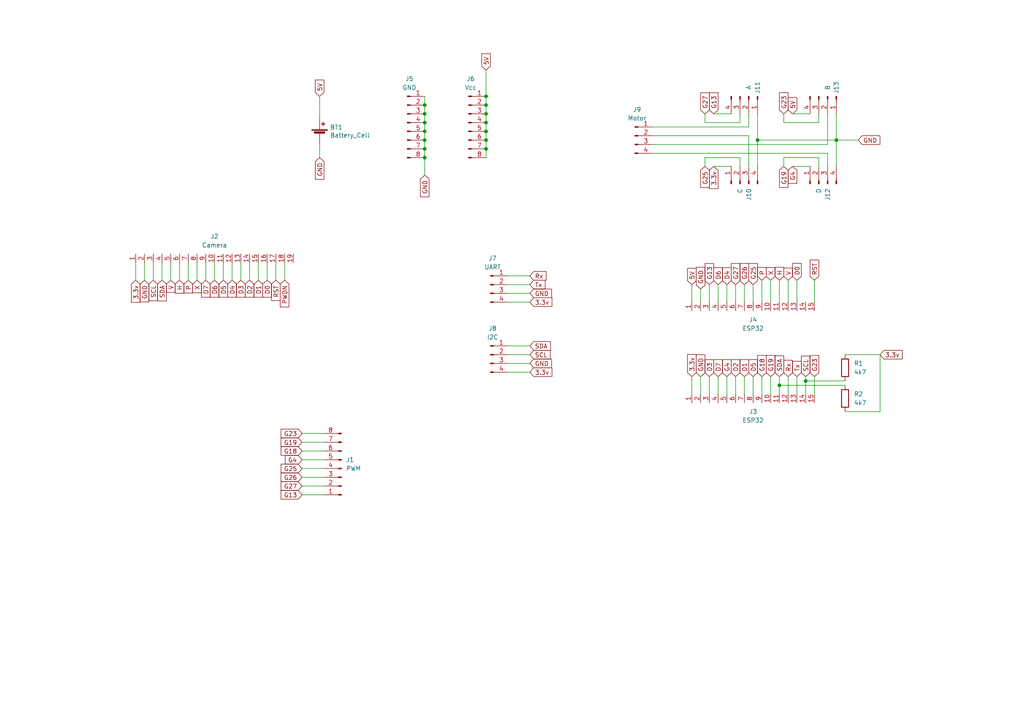
<source format=kicad_sch>
(kicad_sch (version 20211123) (generator eeschema)
  (paper "A4")
  (title_block (date "2022-07-07") (rev "v2.3"))
  (lib_symbols
    (symbol "Connector:Conn_01x04_Male" (pin_names (offset 1.016) hide)
      (property "Reference" "J" (at 0 5.08 0))
      (property "Value" "Conn_01x04_Male" (at 0 -7.62 0))
      (symbol "Conn_01x04_Male_1_1"
        (polyline (pts (xy 1.27 -5.08) (xy 0.8636 -5.08)) (stroke (width 0.1524)))
        (polyline (pts (xy 1.27 -2.54) (xy 0.8636 -2.54)) (stroke (width 0.1524)))
        (polyline (pts (xy 1.27 0) (xy 0.8636 0)) (stroke (width 0.1524)))
        (polyline (pts (xy 1.27 2.54) (xy 0.8636 2.54)) (stroke (width 0.1524)))
        (rectangle (start 0.8636 -4.953) (end 0 -5.207) (stroke (width 0.1524)) (fill (type outline)))
        (rectangle (start 0.8636 -2.413) (end 0 -2.667) (stroke (width 0.1524)) (fill (type outline)))
        (rectangle (start 0.8636 0.127) (end 0 -0.127) (stroke (width 0.1524)) (fill (type outline)))
        (rectangle (start 0.8636 2.667) (end 0 2.413) (stroke (width 0.1524)) (fill (type outline)))
        (pin passive line (at 5.08 2.54 180) (length 3.81) (name "Pin_1") (number "1"))
        (pin passive line (at 5.08 0 180) (length 3.81) (name "Pin_2") (number "2"))
        (pin passive line (at 5.08 -2.54 180) (length 3.81) (name "Pin_3") (number "3"))
        (pin passive line (at 5.08 -5.08 180) (length 3.81) (name "Pin_4") (number "4"))
      )
    )
    (symbol "Connector:Conn_01x08_Male" (pin_names (offset 1.016) hide)
      (property "Reference" "J" (at 0 10.16 0))
      (property "Value" "Conn_01x08_Male" (at 0 -12.7 0))
      (symbol "Conn_01x08_Male_1_1"
        (polyline (pts (xy 1.27 -10.16) (xy 0.8636 -10.16)) (stroke (width 0.1524)))
        (polyline (pts (xy 1.27 -7.62) (xy 0.8636 -7.62)) (stroke (width 0.1524)))
        (polyline (pts (xy 1.27 -5.08) (xy 0.8636 -5.08)) (stroke (width 0.1524)))
        (polyline (pts (xy 1.27 -2.54) (xy 0.8636 -2.54)) (stroke (width 0.1524)))
        (polyline (pts (xy 1.27 0) (xy 0.8636 0)) (stroke (width 0.1524)))
        (polyline (pts (xy 1.27 2.54) (xy 0.8636 2.54)) (stroke (width 0.1524)))
        (polyline (pts (xy 1.27 5.08) (xy 0.8636 5.08)) (stroke (width 0.1524)))
        (polyline (pts (xy 1.27 7.62) (xy 0.8636 7.62)) (stroke (width 0.1524)))
        (rectangle (start 0.8636 -10.033) (end 0 -10.287) (stroke (width 0.1524)) (fill (type outline)))
        (rectangle (start 0.8636 -7.493) (end 0 -7.747) (stroke (width 0.1524)) (fill (type outline)))
        (rectangle (start 0.8636 -4.953) (end 0 -5.207) (stroke (width 0.1524)) (fill (type outline)))
        (rectangle (start 0.8636 -2.413) (end 0 -2.667) (stroke (width 0.1524)) (fill (type outline)))
        (rectangle (start 0.8636 0.127) (end 0 -0.127) (stroke (width 0.1524)) (fill (type outline)))
        (rectangle (start 0.8636 2.667) (end 0 2.413) (stroke (width 0.1524)) (fill (type outline)))
        (rectangle (start 0.8636 5.207) (end 0 4.953) (stroke (width 0.1524)) (fill (type outline)))
        (rectangle (start 0.8636 7.747) (end 0 7.493) (stroke (width 0.1524)) (fill (type outline)))
        (pin passive line (at 5.08 7.62 180) (length 3.81) (name "Pin_1") (number "1"))
        (pin passive line (at 5.08 5.08 180) (length 3.81) (name "Pin_2") (number "2"))
        (pin passive line (at 5.08 2.54 180) (length 3.81) (name "Pin_3") (number "3"))
        (pin passive line (at 5.08 0 180) (length 3.81) (name "Pin_4") (number "4"))
        (pin passive line (at 5.08 -2.54 180) (length 3.81) (name "Pin_5") (number "5"))
        (pin passive line (at 5.08 -5.08 180) (length 3.81) (name "Pin_6") (number "6"))
        (pin passive line (at 5.08 -7.62 180) (length 3.81) (name "Pin_7") (number "7"))
        (pin passive line (at 5.08 -10.16 180) (length 3.81) (name "Pin_8") (number "8"))
      )
    )
    (symbol "Device:R" (pin_numbers hide) (pin_names (offset 0))
      (property "Reference" "R" (at 2.032 0 90))
      (property "Value" "R" (at 0 0 90))
      (symbol "R_0_1"
        (rectangle (start -1.016 -2.54) (end 1.016 2.54) (stroke (width 0.254)))
      )
      (symbol "R_1_1"
        (pin passive line (at 0 3.81 270) (length 1.27) (name "~") (number "1"))
        (pin passive line (at 0 -3.81 90) (length 1.27) (name "~") (number "2"))
      )
    )
    (symbol "Header:HDMI" (pin_names (offset 1.016))
      (property "Reference" "J" (at 0 -7.62 0))
      (property "Value" "HDMI" (at 0 3.81 0))
      (symbol "HDMI_1_1"
        (pin input line (at -22.86 -1.27 90) (length 2.54) (name "~") (number "1"))
        (pin input line (at 0 -1.27 90) (length 2.54) (name "~") (number "10"))
        (pin input line (at 2.54 -1.27 90) (length 2.54) (name "~") (number "11"))
        (pin input line (at 5.08 -1.27 90) (length 2.54) (name "~") (number "12"))
        (pin input line (at 7.62 -1.27 90) (length 2.54) (name "~") (number "13"))
        (pin input line (at 10.16 -1.27 90) (length 2.54) (name "~") (number "14"))
        (pin input line (at 12.7 -1.27 90) (length 2.54) (name "~") (number "15"))
        (pin input line (at 15.24 -1.27 90) (length 2.54) (name "~") (number "16"))
        (pin input line (at 17.78 -1.27 90) (length 2.54) (name "~") (number "17"))
        (pin input line (at 20.32 -1.27 90) (length 2.54) (name "~") (number "18"))
        (pin input line (at 22.86 -1.27 90) (length 2.54) (name "~") (number "19"))
        (pin input line (at -20.32 -1.27 90) (length 2.54) (name "~") (number "2"))
        (pin input line (at -17.78 -1.27 90) (length 2.54) (name "~") (number "3"))
        (pin input line (at -15.24 -1.27 90) (length 2.54) (name "~") (number "4"))
        (pin input line (at -12.7 -1.27 90) (length 2.54) (name "~") (number "5"))
        (pin input line (at -10.16 -1.27 90) (length 2.54) (name "~") (number "6"))
        (pin input line (at -7.62 -1.27 90) (length 2.54) (name "~") (number "7"))
        (pin input line (at -5.08 -1.27 90) (length 2.54) (name "~") (number "8"))
        (pin input line (at -2.54 -1.27 90) (length 2.54) (name "~") (number "9"))
      )
    )
    (symbol "Header:header15" (pin_names (offset 1.016))
      (property "Reference" "J" (at 0 8.89 0))
      (property "Value" "header15" (at -1.27 -2.54 0))
      (symbol "header15_1_1"
        (pin input line (at -17.78 3.81 270) (length 2.54) (name "~") (number "1"))
        (pin input line (at 5.08 3.81 270) (length 2.54) (name "~") (number "10"))
        (pin input line (at 7.62 3.81 270) (length 2.54) (name "~") (number "11"))
        (pin input line (at 10.16 3.81 270) (length 2.54) (name "~") (number "12"))
        (pin input line (at 12.7 3.81 270) (length 2.54) (name "~") (number "13"))
        (pin input line (at 15.24 3.81 270) (length 2.54) (name "~") (number "14"))
        (pin input line (at 17.78 3.81 270) (length 2.54) (name "~") (number "15"))
        (pin input line (at -15.24 3.81 270) (length 2.54) (name "~") (number "2"))
        (pin input line (at -12.7 3.81 270) (length 2.54) (name "~") (number "3"))
        (pin input line (at -10.16 3.81 270) (length 2.54) (name "~") (number "4"))
        (pin input line (at -7.62 3.81 270) (length 2.54) (name "~") (number "5"))
        (pin input line (at -5.08 3.81 270) (length 2.54) (name "~") (number "6"))
        (pin input line (at -2.54 3.81 270) (length 2.54) (name "~") (number "7"))
        (pin input line (at 0 3.81 270) (length 2.54) (name "~") (number "8"))
        (pin input line (at 2.54 3.81 270) (length 2.54) (name "~") (number "9"))
      )
    )
    (symbol "minikame-rescue:Battery_Cell-Device" (pin_numbers hide) (pin_names (offset 0) hide)
      (property "Reference" "BT" (at 2.54 2.54 0))
      (property "Value" "Battery_Cell-Device" (at 2.54 0 0))
      (symbol "Battery_Cell-Device_0_1"
        (rectangle (start -2.286 1.778) (end 2.286 1.524) (fill (type outline)))
        (rectangle (start -1.5748 1.1938) (end 1.4732 0.6858) (fill (type outline)))
        (polyline (pts (xy 0 0.762) (xy 0 0)))
        (polyline (pts (xy 0 1.778) (xy 0 2.54)))
        (polyline (pts (xy 0.508 3.429) (xy 1.524 3.429)) (stroke (width 0.254)))
        (polyline (pts (xy 1.016 3.937) (xy 1.016 2.921)) (stroke (width 0.254)))
      )
      (symbol "Battery_Cell-Device_1_1"
        (pin passive line (at 0 5.08 270) (length 2.54) (name "+") (number "1"))
        (pin passive line (at 0 -2.54 90) (length 2.54) (name "-") (number "2"))
      )
    )
  )
  (junction (at 123.19 35.56))
  (junction (at 123.19 30.48))
  (junction (at 123.19 33.02))
  (junction (at 226.06 111.76))
  (junction (at 140.97 35.56))
  (junction (at 233.68 110.49))
  (junction (at 123.19 38.1))
  (junction (at 140.97 40.64))
  (junction (at 140.97 38.1))
  (junction (at 219.71 40.64))
  (junction (at 242.57 40.64))
  (junction (at 123.19 40.64))
  (junction (at 140.97 30.48))
  (junction (at 140.97 33.02))
  (junction (at 123.19 45.72))
  (junction (at 123.19 43.18))
  (junction (at 140.97 27.94))
  (junction (at 140.97 43.18))
  (wire (pts (xy 217.17 39.37) (xy 217.17 48.26)))
  (wire (pts (xy 39.37 76.2) (xy 39.37 81.28)))
  (wire (pts (xy 87.63 135.89) (xy 93.98 135.89)))
  (wire (pts (xy 240.03 41.91) (xy 189.23 41.91)))
  (wire (pts (xy 140.97 20.32) (xy 140.97 27.94)))
  (wire (pts (xy 210.82 82.55) (xy 210.82 87.63)))
  (wire (pts (xy 44.45 76.2) (xy 44.45 81.28)))
  (wire (pts (xy 57.15 76.2) (xy 57.15 81.28)))
  (wire (pts (xy 215.9 82.55) (xy 215.9 87.63)))
  (wire (pts (xy 245.11 119.38) (xy 255.27 119.38)))
  (wire (pts (xy 233.68 110.49) (xy 245.11 110.49)))
  (wire (pts (xy 147.32 87.63) (xy 153.67 87.63)))
  (wire (pts (xy 189.23 39.37) (xy 217.17 39.37)))
  (wire (pts (xy 214.63 35.56) (xy 204.47 35.56)))
  (wire (pts (xy 205.74 82.55) (xy 205.74 87.63)))
  (wire (pts (xy 92.71 27.94) (xy 92.71 34.29)))
  (wire (pts (xy 59.69 76.2) (xy 59.69 81.28)))
  (wire (pts (xy 223.52 81.28) (xy 223.52 87.63)))
  (wire (pts (xy 226.06 81.28) (xy 226.06 87.63)))
  (wire (pts (xy 227.33 35.56) (xy 227.33 33.02)))
  (wire (pts (xy 200.66 82.55) (xy 200.66 87.63)))
  (wire (pts (xy 67.31 76.2) (xy 67.31 81.28)))
  (wire (pts (xy 236.22 81.28) (xy 236.22 87.63)))
  (wire (pts (xy 237.49 45.72) (xy 227.33 45.72)))
  (wire (pts (xy 226.06 109.22) (xy 226.06 111.76)))
  (wire (pts (xy 140.97 40.64) (xy 140.97 43.18)))
  (wire (pts (xy 227.33 45.72) (xy 227.33 48.26)))
  (wire (pts (xy 228.6 81.28) (xy 228.6 87.63)))
  (wire (pts (xy 203.2 114.3) (xy 203.2 109.22)))
  (wire (pts (xy 245.11 102.87) (xy 255.27 102.87)))
  (wire (pts (xy 54.61 76.2) (xy 54.61 81.28)))
  (wire (pts (xy 220.98 81.28) (xy 220.98 87.63)))
  (wire (pts (xy 87.63 133.35) (xy 93.98 133.35)))
  (wire (pts (xy 208.28 82.55) (xy 208.28 87.63)))
  (wire (pts (xy 200.66 109.22) (xy 200.66 114.3)))
  (wire (pts (xy 140.97 38.1) (xy 140.97 40.64)))
  (wire (pts (xy 240.03 33.02) (xy 240.03 41.91)))
  (wire (pts (xy 147.32 80.01) (xy 153.67 80.01)))
  (wire (pts (xy 231.14 109.22) (xy 231.14 114.3)))
  (wire (pts (xy 240.03 48.26) (xy 240.03 44.45)))
  (wire (pts (xy 123.19 35.56) (xy 123.19 38.1)))
  (wire (pts (xy 213.36 82.55) (xy 213.36 87.63)))
  (wire (pts (xy 77.47 76.2) (xy 77.47 81.28)))
  (wire (pts (xy 49.53 76.2) (xy 49.53 81.28)))
  (wire (pts (xy 213.36 109.22) (xy 213.36 114.3)))
  (wire (pts (xy 237.49 33.02) (xy 237.49 35.56)))
  (wire (pts (xy 52.07 76.2) (xy 52.07 81.28)))
  (wire (pts (xy 204.47 45.72) (xy 204.47 48.26)))
  (wire (pts (xy 80.01 76.2) (xy 80.01 81.28)))
  (wire (pts (xy 62.23 76.2) (xy 62.23 81.28)))
  (wire (pts (xy 87.63 140.97) (xy 93.98 140.97)))
  (wire (pts (xy 237.49 35.56) (xy 227.33 35.56)))
  (wire (pts (xy 147.32 102.87) (xy 153.67 102.87)))
  (wire (pts (xy 87.63 130.81) (xy 93.98 130.81)))
  (wire (pts (xy 140.97 30.48) (xy 140.97 33.02)))
  (wire (pts (xy 87.63 143.51) (xy 93.98 143.51)))
  (wire (pts (xy 217.17 33.02) (xy 217.17 36.83)))
  (wire (pts (xy 74.93 76.2) (xy 74.93 81.28)))
  (wire (pts (xy 123.19 33.02) (xy 123.19 35.56)))
  (wire (pts (xy 242.57 33.02) (xy 242.57 40.64)))
  (wire (pts (xy 248.92 40.64) (xy 242.57 40.64)))
  (wire (pts (xy 212.09 48.26) (xy 207.01 48.26)))
  (wire (pts (xy 208.28 109.22) (xy 208.28 114.3)))
  (wire (pts (xy 46.99 76.2) (xy 46.99 81.28)))
  (wire (pts (xy 218.44 109.22) (xy 218.44 114.3)))
  (wire (pts (xy 226.06 111.76) (xy 245.11 111.76)))
  (wire (pts (xy 210.82 109.22) (xy 210.82 114.3)))
  (wire (pts (xy 203.2 87.63) (xy 203.2 83.82)))
  (wire (pts (xy 123.19 27.94) (xy 123.19 30.48)))
  (wire (pts (xy 233.68 110.49) (xy 233.68 114.3)))
  (wire (pts (xy 236.22 109.22) (xy 236.22 114.3)))
  (wire (pts (xy 242.57 40.64) (xy 242.57 48.26)))
  (wire (pts (xy 123.19 43.18) (xy 123.19 45.72)))
  (wire (pts (xy 147.32 107.95) (xy 153.67 107.95)))
  (wire (pts (xy 231.14 81.28) (xy 231.14 87.63)))
  (wire (pts (xy 64.77 76.2) (xy 64.77 81.28)))
  (wire (pts (xy 255.27 102.87) (xy 255.27 119.38)))
  (wire (pts (xy 140.97 35.56) (xy 140.97 38.1)))
  (wire (pts (xy 229.87 48.26) (xy 234.95 48.26)))
  (wire (pts (xy 215.9 109.22) (xy 215.9 114.3)))
  (wire (pts (xy 228.6 109.22) (xy 228.6 114.3)))
  (wire (pts (xy 92.71 41.91) (xy 92.71 45.72)))
  (wire (pts (xy 123.19 38.1) (xy 123.19 40.64)))
  (wire (pts (xy 237.49 48.26) (xy 237.49 45.72)))
  (wire (pts (xy 207.01 33.02) (xy 212.09 33.02)))
  (wire (pts (xy 218.44 82.55) (xy 218.44 87.63)))
  (wire (pts (xy 219.71 33.02) (xy 219.71 40.64)))
  (wire (pts (xy 87.63 128.27) (xy 93.98 128.27)))
  (wire (pts (xy 214.63 33.02) (xy 214.63 35.56)))
  (wire (pts (xy 214.63 45.72) (xy 204.47 45.72)))
  (wire (pts (xy 41.91 76.2) (xy 41.91 81.28)))
  (wire (pts (xy 140.97 33.02) (xy 140.97 35.56)))
  (wire (pts (xy 147.32 82.55) (xy 153.67 82.55)))
  (wire (pts (xy 72.39 76.2) (xy 72.39 81.28)))
  (wire (pts (xy 147.32 100.33) (xy 153.67 100.33)))
  (wire (pts (xy 82.55 76.2) (xy 82.55 81.28)))
  (wire (pts (xy 219.71 40.64) (xy 219.71 48.26)))
  (wire (pts (xy 233.68 109.22) (xy 233.68 110.49)))
  (wire (pts (xy 123.19 30.48) (xy 123.19 33.02)))
  (wire (pts (xy 87.63 138.43) (xy 93.98 138.43)))
  (wire (pts (xy 214.63 48.26) (xy 214.63 45.72)))
  (wire (pts (xy 123.19 40.64) (xy 123.19 43.18)))
  (wire (pts (xy 140.97 43.18) (xy 140.97 45.72)))
  (wire (pts (xy 223.52 109.22) (xy 223.52 114.3)))
  (wire (pts (xy 69.85 76.2) (xy 69.85 81.28)))
  (wire (pts (xy 220.98 109.22) (xy 220.98 114.3)))
  (wire (pts (xy 217.17 36.83) (xy 189.23 36.83)))
  (wire (pts (xy 219.71 40.64) (xy 242.57 40.64)))
  (wire (pts (xy 226.06 111.76) (xy 226.06 114.3)))
  (wire (pts (xy 240.03 44.45) (xy 189.23 44.45)))
  (wire (pts (xy 123.19 45.72) (xy 123.19 50.8)))
  (wire (pts (xy 147.32 105.41) (xy 153.67 105.41)))
  (wire (pts (xy 229.87 33.02) (xy 234.95 33.02)))
  (wire (pts (xy 87.63 125.73) (xy 93.98 125.73)))
  (wire (pts (xy 204.47 35.56) (xy 204.47 33.02)))
  (wire (pts (xy 205.74 109.22) (xy 205.74 114.3)))
  (wire (pts (xy 140.97 27.94) (xy 140.97 30.48)))
  (wire (pts (xy 147.32 85.09) (xy 153.67 85.09)))
  (global_label "D5" (shape input) (at 218.44 109.22 90) (property "Intersheet References" "${INTERSHEET_REFS}" (effects hide)))
  (global_label "G19" (shape input) (at 227.33 48.26 270) (property "Intersheet References" "${INTERSHEET_REFS}" (effects hide)))
  (global_label "5V" (shape input) (at 200.66 82.55 90) (property "Intersheet References" "${INTERSHEET_REFS}" (effects hide)))
  (global_label "G23" (shape input) (at 87.63 125.73 180) (property "Intersheet References" "${INTERSHEET_REFS}" (effects hide)))
  (global_label "D1" (shape input) (at 74.93 81.28 270) (property "插入图纸页参考" "${INTERSHEET_REFS}" (effects hide)))
  (global_label "5V" (shape input) (at 229.87 33.02 90) (property "Intersheet References" "${INTERSHEET_REFS}" (effects hide)))
  (global_label "G4" (shape input) (at 229.87 48.26 270) (property "插入图纸页参考" "${INTERSHEET_REFS}" (effects hide)))
  (global_label "SDA" (shape input) (at 226.06 109.22 90) (property "插入图纸页参考" "${INTERSHEET_REFS}" (effects hide)))
  (global_label "GND" (shape input) (at 203.2 109.22 90) (property "插入图纸页参考" "${INTERSHEET_REFS}" (effects hide)))
  (global_label "3.3v" (shape input) (at 153.67 107.95 0) (property "插入图纸页参考" "${INTERSHEET_REFS}" (effects hide)))
  (global_label "V" (shape input) (at 228.6 81.28 90) (property "插入图纸页参考" "${INTERSHEET_REFS}" (effects hide)))
  (global_label "D2" (shape input) (at 213.36 109.22 90) (property "插入图纸页参考" "${INTERSHEET_REFS}" (effects hide)))
  (global_label "D7" (shape input) (at 208.28 109.22 90) (property "Intersheet References" "${INTERSHEET_REFS}" (effects hide)))
  (global_label "G27" (shape input) (at 204.47 33.02 90) (property "插入图纸页参考" "${INTERSHEET_REFS}" (effects hide)))
  (global_label "G18" (shape input) (at 87.63 130.81 180) (property "Intersheet References" "${INTERSHEET_REFS}" (effects hide)))
  (global_label "5V" (shape input) (at 140.97 20.32 90) (property "Intersheet References" "${INTERSHEET_REFS}" (effects hide)))
  (global_label "D3" (shape input) (at 69.85 81.28 270) (property "插入图纸页参考" "${INTERSHEET_REFS}" (effects hide)))
  (global_label "G23" (shape input) (at 227.33 33.02 90) (property "Intersheet References" "${INTERSHEET_REFS}" (effects hide)))
  (global_label "D6" (shape input) (at 208.28 82.55 90) (property "插入图纸页参考" "${INTERSHEET_REFS}" (effects hide)))
  (global_label "G26" (shape input) (at 87.63 138.43 180) (property "Intersheet References" "${INTERSHEET_REFS}" (effects hide)))
  (global_label "H" (shape input) (at 52.07 81.28 270) (property "插入图纸页参考" "${INTERSHEET_REFS}" (effects hide)))
  (global_label "D0" (shape input) (at 231.14 81.28 90) (property "Intersheet References" "${INTERSHEET_REFS}" (effects hide)))
  (global_label "GND" (shape input) (at 248.92 40.64 0) (property "插入图纸页参考" "${INTERSHEET_REFS}" (effects hide)))
  (global_label "SDA" (shape input) (at 46.99 81.28 270) (property "插入图纸页参考" "${INTERSHEET_REFS}" (effects hide)))
  (global_label "GND" (shape input) (at 153.67 85.09 0) (property "插入图纸页参考" "${INTERSHEET_REFS}" (effects hide)))
  (global_label "RST" (shape input) (at 236.22 81.28 90) (property "插入图纸页参考" "${INTERSHEET_REFS}" (effects hide)))
  (global_label "G19" (shape input) (at 223.52 109.22 90) (property "Intersheet References" "${INTERSHEET_REFS}" (effects hide)))
  (global_label "G27" (shape input) (at 213.36 82.55 90) (property "插入图纸页参考" "${INTERSHEET_REFS}" (effects hide)))
  (global_label "D4" (shape input) (at 210.82 82.55 90) (property "插入图纸页参考" "${INTERSHEET_REFS}" (effects hide)))
  (global_label "Rx" (shape input) (at 228.6 109.22 90) (property "Intersheet References" "${INTERSHEET_REFS}" (effects hide)))
  (global_label "D3" (shape input) (at 205.74 109.22 90) (property "插入图纸页参考" "${INTERSHEET_REFS}" (effects hide)))
  (global_label "G23" (shape input) (at 236.22 109.22 90) (property "Intersheet References" "${INTERSHEET_REFS}" (effects hide)))
  (global_label "SCL" (shape input) (at 44.45 81.28 270) (property "插入图纸页参考" "${INTERSHEET_REFS}" (effects hide)))
  (global_label "G25" (shape input) (at 87.63 135.89 180) (property "Intersheet References" "${INTERSHEET_REFS}" (effects hide)))
  (global_label "3.3v" (shape input) (at 153.67 87.63 0) (property "插入图纸页参考" "${INTERSHEET_REFS}" (effects hide)))
  (global_label "G13" (shape input) (at 87.63 143.51 180) (property "插入图纸页参考" "${INTERSHEET_REFS}" (effects hide)))
  (global_label "GND" (shape input) (at 123.19 50.8 270) (property "Intersheet References" "${INTERSHEET_REFS}" (effects hide)))
  (global_label "G13" (shape input) (at 205.74 82.55 90) (property "插入图纸页参考" "${INTERSHEET_REFS}" (effects hide)))
  (global_label "H" (shape input) (at 226.06 81.28 90) (property "插入图纸页参考" "${INTERSHEET_REFS}" (effects hide)))
  (global_label "5V" (shape input) (at 92.71 27.94 90) (property "Intersheet References" "${INTERSHEET_REFS}" (effects hide)))
  (global_label "GND" (shape input) (at 92.71 45.72 270) (property "Intersheet References" "${INTERSHEET_REFS}" (effects hide)))
  (global_label "3.3v" (shape input) (at 39.37 81.28 270) (property "插入图纸页参考" "${INTERSHEET_REFS}" (effects hide)))
  (global_label "X" (shape input) (at 223.52 81.28 90) (property "插入图纸页参考" "${INTERSHEET_REFS}" (effects hide)))
  (global_label "G4" (shape input) (at 210.82 109.22 90) (property "插入图纸页参考" "${INTERSHEET_REFS}" (effects hide)))
  (global_label "GND" (shape input) (at 153.67 105.41 0) (property "Intersheet References" "${INTERSHEET_REFS}" (effects hide)))
  (global_label "D6" (shape input) (at 62.23 81.28 270) (property "插入图纸页参考" "${INTERSHEET_REFS}" (effects hide)))
  (global_label "X" (shape input) (at 57.15 81.28 270) (property "插入图纸页参考" "${INTERSHEET_REFS}" (effects hide)))
  (global_label "RST" (shape input) (at 80.01 81.28 270) (property "插入图纸页参考" "${INTERSHEET_REFS}" (effects hide)))
  (global_label "G13" (shape input) (at 207.01 33.02 90) (property "插入图纸页参考" "${INTERSHEET_REFS}" (effects hide)))
  (global_label "D1" (shape input) (at 215.9 109.22 90) (property "插入图纸页参考" "${INTERSHEET_REFS}" (effects hide)))
  (global_label "SDA" (shape input) (at 153.67 100.33 0) (property "插入图纸页参考" "${INTERSHEET_REFS}" (effects hide)))
  (global_label "GND" (shape input) (at 41.91 81.28 270) (property "插入图纸页参考" "${INTERSHEET_REFS}" (effects hide)))
  (global_label "V" (shape input) (at 49.53 81.28 270) (property "插入图纸页参考" "${INTERSHEET_REFS}" (effects hide)))
  (global_label "P" (shape input) (at 220.98 81.28 90) (property "插入图纸页参考" "${INTERSHEET_REFS}" (effects hide)))
  (global_label "D2" (shape input) (at 72.39 81.28 270) (property "插入图纸页参考" "${INTERSHEET_REFS}" (effects hide)))
  (global_label "Tx" (shape input) (at 153.67 82.55 0) (property "插入图纸页参考" "${INTERSHEET_REFS}" (effects hide)))
  (global_label "SCL" (shape input) (at 233.68 109.22 90) (property "插入图纸页参考" "${INTERSHEET_REFS}" (effects hide)))
  (global_label "G25" (shape input) (at 204.47 48.26 270) (property "Intersheet References" "${INTERSHEET_REFS}" (effects hide)))
  (global_label "Tx" (shape input) (at 231.14 109.22 90) (property "Intersheet References" "${INTERSHEET_REFS}" (effects hide)))
  (global_label "D7" (shape input) (at 59.69 81.28 270) (property "插入图纸页参考" "${INTERSHEET_REFS}" (effects hide)))
  (global_label "P" (shape input) (at 54.61 81.28 270) (property "插入图纸页参考" "${INTERSHEET_REFS}" (effects hide)))
  (global_label "D4" (shape input) (at 67.31 81.28 270) (property "插入图纸页参考" "${INTERSHEET_REFS}" (effects hide)))
  (global_label "GND" (shape input) (at 203.2 83.82 90) (property "插入图纸页参考" "${INTERSHEET_REFS}" (effects hide)))
  (global_label "PWDN" (shape input) (at 82.55 81.28 270) (property "插入图纸页参考" "${INTERSHEET_REFS}" (effects hide)))
  (global_label "Rx" (shape input) (at 153.67 80.01 0) (property "插入图纸页参考" "${INTERSHEET_REFS}" (effects hide)))
  (global_label "G27" (shape input) (at 87.63 140.97 180) (property "插入图纸页参考" "${INTERSHEET_REFS}" (effects hide)))
  (global_label "G4" (shape input) (at 87.63 133.35 180) (property "插入图纸页参考" "${INTERSHEET_REFS}" (effects hide)))
  (global_label "3.3v" (shape input) (at 200.66 109.22 90) (property "插入图纸页参考" "${INTERSHEET_REFS}" (effects hide)))
  (global_label "3.3v" (shape input) (at 255.27 102.87 0) (property "插入图纸页参考" "${INTERSHEET_REFS}" (effects hide)))
  (global_label "G25" (shape input) (at 218.44 82.55 90) (property "Intersheet References" "${INTERSHEET_REFS}" (effects hide)))
  (global_label "D0" (shape input) (at 77.47 81.28 270) (property "插入图纸页参考" "${INTERSHEET_REFS}" (effects hide)))
  (global_label "G19" (shape input) (at 87.63 128.27 180) (property "Intersheet References" "${INTERSHEET_REFS}" (effects hide)))
  (global_label "G18" (shape input) (at 220.98 109.22 90) (property "Intersheet References" "${INTERSHEET_REFS}" (effects hide)))
  (global_label "3.3v" (shape input) (at 207.01 48.26 270) (property "插入图纸页参考" "${INTERSHEET_REFS}" (effects hide)))
  (global_label "SCL" (shape input) (at 153.67 102.87 0) (property "插入图纸页参考" "${INTERSHEET_REFS}" (effects hide)))
  (global_label "G26" (shape input) (at 215.9 82.55 90) (property "Intersheet References" "${INTERSHEET_REFS}" (effects hide)))
  (global_label "D5" (shape input) (at 64.77 81.28 270) (property "插入图纸页参考" "${INTERSHEET_REFS}" (effects hide)))
  (symbol (lib_id "minikame-rescue:Battery_Cell-Device") (at 92.71 39.37 0) (unit 1)
    (property "Reference" "BT1" (at 95.7072 36.9316 0) (effects (justify left)))
    (property "Value" "Battery_Cell" (at 95.7072 39.243 0) (effects (justify left)))
    (property "Footprint" "digikey-footprints:1210" (effects hide))
  )
  (symbol (lib_id "Connector:Conn_01x04_Male") (at 142.24 82.55 0) (unit 1)
    (property "Reference" "J7" (at 142.875 74.93 0))
    (property "Value" "UART" (at 142.875 77.47 0))
  )
  (symbol (lib_id "Device:R") (at 245.11 115.57 180) (unit 1)
    (property "Reference" "R2" (at 247.65 114.2999 0) (effects (justify right)))
    (property "Value" "4k7" (at 247.65 116.8399 0) (effects (justify right)))
    (property "Footprint" "Resistor_SMD:R_0603_1608Metric" (effects hide))
  )
  (symbol (lib_id "Connector:Conn_01x08_Male") (at 135.89 35.56 0) (unit 1)
    (property "Reference" "J6" (at 136.525 22.86 0))
    (property "Value" "Vcc" (at 136.525 25.4 0))
  )
  (symbol (lib_id "Connector:Conn_01x04_Male") (at 217.17 27.94 270) (unit 1)
    (property "Reference" "J11" (at 219.71 25.4 0))
    (property "Value" "A" (at 217.17 25.4 0))
  )
  (symbol (lib_id "Connector:Conn_01x04_Male") (at 237.49 53.34 90) (unit 1)
    (property "Reference" "J12" (at 240.0301 54.61 0) (effects (justify right)))
    (property "Value" "D" (at 237.4901 54.61 0) (effects (justify right)))
  )
  (symbol (lib_id "Header:header15") (at 218.44 118.11 0) (unit 1)
    (property "Reference" "J3" (at 218.44 119.38 0))
    (property "Value" "ESP32" (at 218.44 121.92 0))
    (property "Footprint" "Connector_PinHeader_2.54mm:PinHeader_1x15_P2.54mm_Vertical" (effects hide))
  )
  (symbol (lib_id "Header:header15") (at 218.44 91.44 0) (unit 1)
    (property "Reference" "J4" (at 218.44 92.71 0))
    (property "Value" "ESP32" (at 218.44 95.25 0))
    (property "Footprint" "Connector_PinHeader_2.54mm:PinHeader_1x15_P2.54mm_Vertical" (effects hide))
  )
  (symbol (lib_id "Connector:Conn_01x08_Male") (at 118.11 35.56 0) (unit 1)
    (property "Reference" "J5" (at 118.745 22.86 0))
    (property "Value" "GND" (at 118.745 25.4 0))
  )
  (symbol (lib_id "Connector:Conn_01x04_Male") (at 240.03 27.94 270) (unit 1)
    (property "Reference" "J13" (at 242.57 25.4 0))
    (property "Value" "B" (at 240.03 25.4 0))
  )
  (symbol (lib_id "Connector:Conn_01x08_Male") (at 99.06 135.89 180) (unit 1)
    (property "Reference" "J1" (at 100.33 133.3499 0) (effects (justify right)))
    (property "Value" "PWM" (at 100.33 135.8899 0) (effects (justify right)))
  )
  (symbol (lib_id "Device:R") (at 245.11 106.68 180) (unit 1)
    (property "Reference" "R1" (at 247.65 105.4099 0) (effects (justify right)))
    (property "Value" "4k7" (at 247.65 107.9499 0) (effects (justify right)))
    (property "Footprint" "Resistor_SMD:R_0603_1608Metric" (effects hide))
  )
  (symbol (lib_id "Connector:Conn_01x04_Male") (at 214.63 53.34 90) (unit 1)
    (property "Reference" "J10" (at 217.1701 54.61 0) (effects (justify right)))
    (property "Value" "C" (at 214.6301 54.61 0) (effects (justify right)))
  )
  (symbol (lib_id "Connector:Conn_01x04_Male") (at 142.24 102.87 0) (unit 1)
    (property "Reference" "J8" (at 142.875 95.25 0))
    (property "Value" "I2C" (at 142.875 97.79 0))
  )
  (symbol (lib_id "Header:HDMI") (at 62.23 74.93 0) (unit 1)
    (property "Reference" "J2" (at 62.23 68.58 0))
    (property "Value" "Camera" (at 62.23 71.12 0))
    (property "Footprint" "Connector_PinSocket_2.54mm:PinSocket_2x09_P2.54mm_Vertical" (effects hide))
  )
  (symbol (lib_id "Connector:Conn_01x04_Male") (at 184.15 39.37 0) (unit 1)
    (property "Reference" "J9" (at 184.785 31.75 0))
    (property "Value" "Motor" (at 184.785 34.29 0))
  )
)
</source>
